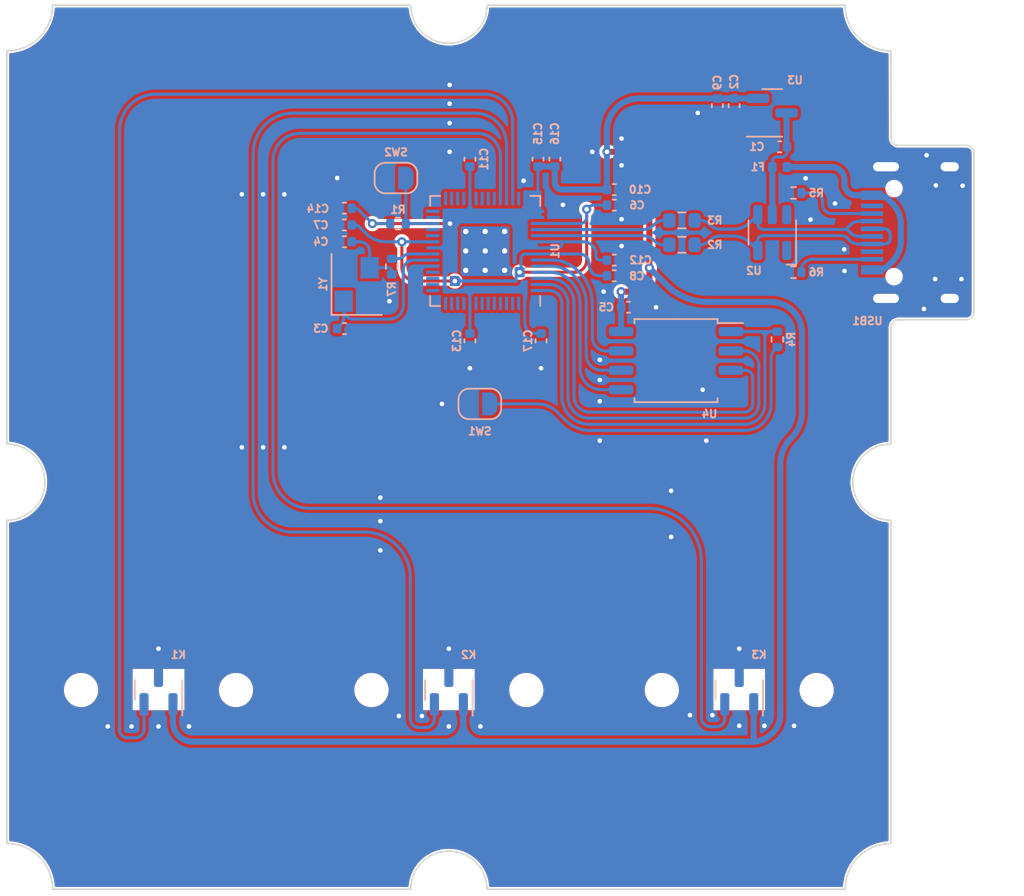
<source format=kicad_pcb>
(kicad_pcb (version 20211014) (generator pcbnew)
  (layers (0 "F.Cu" signal) (31 "B.Cu" signal) (34 "B.Paste" user) (35 "F.Paste" user) (36 "B.SilkS" user "B.Silkscreen") (37 "F.SilkS" user "F.Silkscreen") (38 "B.Mask" user) (39 "F.Mask" user) (44 "Edge.Cuts" user))
  (net 0 "")
  (net 1 "+5V")
  (net 2 "GND")
  (net 3 "+3V3")
  (net 4 "XTAL_IN")
  (net 5 "/XTAL_O")
  (net 6 "+1V1")
  (net 7 "VBUS")
  (net 8 "ADC1")
  (net 9 "ADC2")
  (net 10 "RESET")
  (net 11 "D+")
  (net 12 "Net-(R2-Pad2)")
  (net 13 "D-")
  (net 14 "Net-(R3-Pad2)")
  (net 15 "/~{USB_BOOT}")
  (net 16 "CS")
  (net 17 "Net-(R5-Pad1)")
  (net 18 "Net-(R6-Pad1)")
  (net 19 "XTAL_OUT")
  (net 36 "SWCLK")
  (net 37 "SWD")
  (net 48 "SD3")
  (net 49 "QSPI_CLK")
  (net 50 "SD0")
  (net 51 "SD2")
  (net 52 "SD1")
  (net 57 "RGB")
  (net 58 "ADC0")
  (footprint "Capacitor_SMD:C_0402_1005Metric" (layer "B.Cu") (at 152.06375 61.676875 -90)
    (fp_text reference "C2")
    (fp_text value "1uF")
  )
  (footprint "Capacitor_SMD:C_0402_1005Metric" (layer "B.Cu") (at 139.2 65.18 90)
    (fp_text reference "C15")
    (fp_text value "100nF")
  )
  (footprint "Capacitor_SMD:C_0402_1005Metric" (layer "B.Cu") (at 139.4 77.1 -90)
    (fp_text reference "C17")
    (fp_text value "100nF")
  )
  (footprint "Capacitor_SMD:C_0402_1005Metric" (layer "B.Cu") (at 144.2 72.83375)
    (fp_text reference "C8")
    (fp_text value "100nF")
  )
  (footprint "MX_Only:MXOnly-1U-FLIPPED" (layer "B.Cu") (at 152.4 100.0125 180)
    (fp_text reference "H3")
    (fp_text value "KeySwitch")
  )
  (footprint "Fuse:Fuse_0402_1005Metric" (layer "B.Cu") (at 155.05375 65.7 180)
    (fp_text reference "F1")
    (fp_text value "500mA")
  )
  (footprint "Capacitor_SMD:C_0402_1005Metric" (layer "B.Cu") (at 145.13 74.9)
    (fp_text reference "C5")
    (fp_text value "100nF")
  )
  (footprint "Resistor_SMD:R_0603_1608Metric" (layer "B.Cu") (at 148.64 69.2 180)
    (fp_text reference "R3")
    (fp_text value "27")
  )
  (footprint "marbastlib-various:SOT-23-6-routable" (layer "B.Cu") (at 154.57 70 90)
    (fp_text reference "U2")
    (fp_text value "SRV05-4")
  )
  (footprint "Jumper:SolderJumper-2_P1.3mm_Open_RoundedPad1.0x1.5mm" (layer "B.Cu") (at 129.88 66.42)
    (fp_text reference "SW2")
    (fp_text value "RESET")
  )
  (footprint "Resistor_SMD:R_0402_1005Metric" (layer "B.Cu") (at 129.6 72.23 90)
    (fp_text reference "R7")
    (fp_text value "1k")
  )
  (footprint "Capacitor_SMD:C_0402_1005Metric" (layer "B.Cu") (at 126.5 69.5 180)
    (fp_text reference "C7")
    (fp_text value "100nF")
  )
  (footprint "MX_Only:MXOnly-1U-FLIPPED" (layer "B.Cu") (at 114.3 100.0125 180)
    (fp_text reference "H1")
    (fp_text value "KeySwitch")
  )
  (footprint "Resistor_SMD:R_0603_1608Metric" (layer "B.Cu") (at 148.64 70.8 180)
    (fp_text reference "R2")
    (fp_text value "27")
  )
  (footprint "Jumper:SolderJumper-2_P1.3mm_Open_RoundedPad1.0x1.5mm" (layer "B.Cu") (at 135.38 81.24)
    (fp_text reference "SW1")
    (fp_text value "BOOTSEL")
  )
  (footprint "Package_TO_SOT_SMD:SOT-23" (layer "B.Cu") (at 152.4 100.0125 90)
    (fp_text reference "K3")
    (fp_text value "Hall_Sensor")
  )
  (footprint "Package_TO_SOT_SMD:SOT-23" (layer "B.Cu") (at 154.56375 62.145625)
    (fp_text reference "U3")
    (fp_text value "XC6206PxxxMR")
  )
  (footprint "Capacitor_SMD:C_0402_1005Metric" (layer "B.Cu") (at 144.2 68.2)
    (fp_text reference "C6")
    (fp_text value "1uF")
  )
  (footprint "Package_TO_SOT_SMD:SOT-23" (layer "B.Cu") (at 114.3 100.0125 90)
    (fp_text reference "K1")
    (fp_text value "Hall_Sensor")
  )
  (footprint "Connector_USB:USB_C_Receptacle_HRO_TYPE-C-31-M-12" (layer "B.Cu") (at 165.16 70 -90)
    (fp_text reference "USB1")
    (fp_text value "USB_C_12P")
  )
  (footprint "Package_TO_SOT_SMD:SOT-23" (layer "B.Cu") (at 133.35 100.0125 90)
    (fp_text reference "K2")
    (fp_text value "Hall_Sensor")
  )
  (footprint "Capacitor_SMD:C_0402_1005Metric" (layer "B.Cu") (at 134.73125 77.1 -90)
    (fp_text reference "C13")
    (fp_text value "100nF")
  )
  (footprint "Capacitor_SMD:C_0402_1005Metric" (layer "B.Cu") (at 144.2 71.80875)
    (fp_text reference "C12")
    (fp_text value "100nF")
  )
  (footprint "Capacitor_SMD:C_0402_1005Metric" (layer "B.Cu") (at 150.96375 61.676875 -90)
    (fp_text reference "C9")
    (fp_text value "10uF")
  )
  (footprint "Resistor_SMD:R_0402_1005Metric" (layer "B.Cu") (at 130.01375 69.41)
    (fp_text reference "R1")
    (fp_text value "1k")
  )
  (footprint "Sleep-lib:RP2040-QFN-56" (layer "B.Cu") (at 135.73125 71.20375 90)
    (fp_text reference "U1")
    (fp_text value "RP2040")
  )
  (footprint "Capacitor_SMD:C_0402_1005Metric" (layer "B.Cu") (at 140.3 65.18 90)
    (fp_text reference "C16")
    (fp_text value "100nF")
  )
  (footprint "Capacitor_SMD:C_0402_1005Metric" (layer "B.Cu") (at 126.5 68.4 180)
    (fp_text reference "C14")
    (fp_text value "100nF")
  )
  (footprint "Crystal:Crystal_SMD_3225-4Pin_3.2x2.5mm" (layer "B.Cu") (at 127.3 73.4 90)
    (fp_text reference "Y1")
    (fp_text value "12MHZ")
  )
  (footprint "Capacitor_SMD:C_0402_1005Metric" (layer "B.Cu") (at 155.05375 64.371875 180)
    (fp_text reference "C1")
    (fp_text value "1uF")
  )
  (footprint "Capacitor_SMD:C_0402_1005Metric" (layer "B.Cu") (at 126.5 70.6 180)
    (fp_text reference "C4")
    (fp_text value "20pF")
  )
  (footprint "Capacitor_SMD:C_0402_1005Metric" (layer "B.Cu") (at 144.2 67.18)
    (fp_text reference "C10")
    (fp_text value "1uF")
  )
  (footprint "Package_SO:SOIC-8_5.23x5.23mm_P1.27mm" (layer "B.Cu") (at 148.25125 78.4 180)
    (fp_text reference "U4")
    (fp_text value "W25Q128JVS")
  )
  (footprint "Resistor_SMD:R_0402_1005Metric" (layer "B.Cu") (at 155.96375 67.4 180)
    (fp_text reference "R5")
    (fp_text value "5.1k")
  )
  (footprint "Capacitor_SMD:C_0402_1005Metric" (layer "B.Cu") (at 134.73 65.18 90)
    (fp_text reference "C11")
    (fp_text value "100nF")
  )
  (footprint "Resistor_SMD:R_0402_1005Metric" (layer "B.Cu") (at 155.96375 72.6 180)
    (fp_text reference "R6")
    (fp_text value "5.1k")
  )
  (footprint "Capacitor_SMD:C_0402_1005Metric" (layer "B.Cu") (at 126.5 76.3)
    (fp_text reference "C3")
    (fp_text value "20pF")
  )
  (footprint "Resistor_SMD:R_0402_1005Metric" (layer "B.Cu") (at 154.9 77.01 90)
    (fp_text reference "R4")
    (fp_text value "1k")
  )
  (footprint "MX_Only:MXOnly-1U-FLIPPED" (layer "B.Cu") (at 133.35 100.0125 180)
    (fp_text reference "H2")
    (fp_text value "KeySwitch")
  )
  (gr_line (start 104.35 83.87) (end 104.35 58.08) (layer "Edge.Cuts") (width 0.1))
  (gr_arc (start 135.85 55.08) (mid 133.35 57.58) (end 130.85 55.08) (layer "Edge.Cuts") (width 0.1))
  (gr_arc (start 159.35 113.08) (mid 160.22868 110.95868) (end 162.35 110.08) (layer "Edge.Cuts") (width 0.1))
  (gr_arc (start 104.35 83.87) (mid 106.85 86.37) (end 104.35 88.87) (layer "Edge.Cuts") (width 0.1))
  (gr_line (start 104.35 88.87) (end 104.35 110.08) (layer "Edge.Cuts") (width 0.1))
  (gr_arc (start 107.35 55.08) (mid 106.47132 57.20132) (end 104.35 58.08) (layer "Edge.Cuts") (width 0.1))
  (gr_line (start 162.35 76.22) (end 162.35 83.87) (layer "Edge.Cuts") (width 0.1))
  (gr_arc (start 162.35 88.87) (mid 159.85 86.37) (end 162.35 83.87) (layer "Edge.Cuts") (width 0.1))
  (gr_arc (start 162.35 76.22) (mid 162.496447 75.866447) (end 162.85 75.72) (layer "Edge.Cuts") (width 0.1))
  (gr_line (start 159.35 113.08) (end 135.85 113.08) (layer "Edge.Cuts") (width 0.1))
  (gr_arc (start 104.35 110.08) (mid 106.47132 110.95868) (end 107.35 113.08) (layer "Edge.Cuts") (width 0.1))
  (gr_line (start 107.35 55.08) (end 130.85 55.08) (layer "Edge.Cuts") (width 0.1))
  (gr_arc (start 162.35 58.08) (mid 160.22868 57.20132) (end 159.35 55.08) (layer "Edge.Cuts") (width 0.1))
  (gr_line (start 162.85 75.72) (end 167.3 75.72) (layer "Edge.Cuts") (width 0.1))
  (gr_arc (start 130.85 113.08) (mid 133.35 110.58) (end 135.85 113.08) (layer "Edge.Cuts") (width 0.1))
  (gr_arc (start 162.86 64.28) (mid 162.506447 64.133553) (end 162.36 63.78) (layer "Edge.Cuts") (width 0.1))
  (gr_arc (start 167.8 75.22) (mid 167.653553 75.573553) (end 167.3 75.72) (layer "Edge.Cuts") (width 0.1))
  (gr_line (start 135.85 55.08) (end 159.35 55.08) (layer "Edge.Cuts") (width 0.1))
  (gr_line (start 162.86 64.28) (end 167.3 64.28) (layer "Edge.Cuts") (width 0.1))
  (gr_line (start 162.36 63.78) (end 162.35 58.08) (layer "Edge.Cuts") (width 0.1))
  (gr_line (start 162.35 88.87) (end 162.35 110.08) (layer "Edge.Cuts") (width 0.1))
  (gr_line (start 167.8 64.78) (end 167.8 75.22) (layer "Edge.Cuts") (width 0.1))
  (gr_arc (start 167.3 64.28) (mid 167.653553 64.426447) (end 167.8 64.78) (layer "Edge.Cuts") (width 0.1))
  (gr_line (start 107.35 113.08) (end 130.85 113.08) (layer "Edge.Cuts") (width 0.1))
  (segment (start 155.501875 62.14625) (end 155.5025 62.146875) (width 0.2) (layer "B.Cu") (net 1))
  (segment (start 154.57 65.702133) (end 154.57 68.825) (width 0.4) (layer "B.Cu") (net 1))
  (segment (start 154.56875 65.699116) (end 154.56875 65.304601) (width 0.2) (layer "B.Cu") (net 1))
  (segment (start 155.50375 62.149892) (end 155.50375 64.451875) (width 0.4) (layer "B.Cu") (net 1))
  (segment (start 154.833351 65.04) (end 155.192328 65.04) (width 0.2) (layer "B.Cu") (net 1))
  (segment (start 155.53375 64.698578) (end 155.53375 64.371875) (width 0.2) (layer "B.Cu") (net 1))
  (arc (start 154.56875 65.699116) (mid 154.568912 65.699932) (end 154.569375 65.700625) (width 0.2) (layer "B.Cu") (net 1))
  (arc (start 154.56875 65.304601) (mid 154.588891 65.203342) (end 154.64625 65.1175) (width 0.2) (layer "B.Cu") (net 1))
  (arc (start 154.57 65.702133) (mid 154.569837 65.701317) (end 154.569375 65.700625) (width 0.4) (layer "B.Cu") (net 1))
  (arc (start 155.192328 65.04) (mid 155.322984 65.01401) (end 155.43375 64.94) (width 0.2) (layer "B.Cu") (net 1))
  (arc (start 154.833351 65.04) (mid 154.732092 65.060141) (end 154.64625 65.1175) (width 0.2) (layer "B.Cu") (net 1))
  (arc (start 155.43375 64.94) (mid 155.50776 64.829234) (end 155.53375 64.698578) (width 0.2) (layer "B.Cu") (net 1))
  (via (at 139.4 78.9) (size 0.6) (drill 0.3) (layers "F.Cu" "B.Cu") (net 2))
  (via (at 119.77 67.49) (size 0.6) (drill 0.3) (layers "F.Cu" "B.Cu") (net 2))
  (via (at 147.9296 89.9668) (size 0.6) (drill 0.3) (layers "F.Cu" "B.Cu") (net 2))
  (via (at 144.68 63.83) (size 0.6) (drill 0.3) (layers "F.Cu" "B.Cu") (net 2))
  (via (at 133.4 61.54) (size 0.6) (drill 0.3) (layers "F.Cu" "B.Cu") (net 2))
  (via (at 143.25 79.67) (size 0.6) (drill 0.3) (layers "F.Cu" "B.Cu") (net 2))
  (via (at 133.35 102.4) (size 0.6) (drill 0.3) (layers "F.Cu" "B.Cu") (net 2))
  (via (at 114.3 102.4) (size 0.6) (drill 0.3) (layers "F.Cu" "B.Cu") (net 2))
  (via (at 159.29 71.1) (size 0.6) (drill 0.3) (layers "F.Cu" "B.Cu") (net 2))
  (via (at 150 80.31) (size 0.6) (drill 0.3) (layers "F.Cu" "B.Cu") (net 2))
  (via (at 126.02 66.42) (size 0.6) (drill 0.3) (layers "F.Cu" "B.Cu") (net 2))
  (via (at 144.68 65.59) (size 0.6) (drill 0.3) (layers "F.Cu" "B.Cu") (net 2))
  (via (at 129.45 74.5) (size 0.6) (drill 0.3) (layers "F.Cu" "B.Cu") (net 2))
  (via (at 128.8542 88.93) (size 0.6) (drill 0.3) (layers "F.Cu" "B.Cu") (net 2))
  (via (at 122.56 67.49) (size 0.6) (drill 0.3) (layers "F.Cu" "B.Cu") (net 2))
  (via (at 164.5158 75.0062) (size 0.6) (drill 0.3) (layers "F.Cu" "B.Cu") (net 2))
  (via (at 143.25 83.65) (size 0.6) (drill 0.3) (layers "F.Cu" "B.Cu") (net 2))
  (via (at 165.3032 66.9036) (size 0.6) (drill 0.3) (layers "F.Cu" "B.Cu") (net 2))
  (via (at 121.16 67.49) (size 0.6) (drill 0.3) (layers "F.Cu" "B.Cu") (net 2))
  (via (at 165.2524 73.0504) (size 0.6) (drill 0.3) (layers "F.Cu" "B.Cu") (net 2))
  (via (at 159.3088 72.517) (size 0.6) (drill 0.3) (layers "F.Cu" "B.Cu") (net 2))
  (via (at 143.25 78.35) (size 0.6) (drill 0.3) (layers "F.Cu" "B.Cu") (net 2))
  (via (at 158.68 68.09) (size 0.6) (drill 0.3) (layers "F.Cu" "B.Cu") (net 2))
  (via (at 149.68 62.15) (size 0.6) (drill 0.3) (layers "F.Cu" "B.Cu") (net 2))
  (via (at 135.42 102.4) (size 0.6) (drill 0.3) (layers "F.Cu" "B.Cu") (net 2))
  (via (at 146.94 74.9) (size 0.6) (drill 0.3) (layers "F.Cu" "B.Cu") (net 2))
  (via (at 152.4 102.36) (size 0.6) (drill 0.3) (layers "F.Cu" "B.Cu") (net 2))
  (via (at 147.9296 86.94) (size 0.6) (drill 0.3) (layers "F.Cu" "B.Cu") (net 2))
  (via (at 157.077109 69.146165) (size 0.6) (drill 0.3) (layers "F.Cu" "B.Cu") (net 2))
  (via (at 143.5 73.87) (size 0.6) (drill 0.3) (layers "F.Cu" "B.Cu") (net 2))
  (via (at 167.0558 66.929) (size 0.6) (drill 0.3) (layers "F.Cu" "B.Cu") (net 2))
  (via (at 149.17 101.66) (size 0.6) (drill 0.3) (layers "F.Cu" "B.Cu") (net 2))
  (via (at 166.9796 73.0504) (size 0.6) (drill 0.3) (layers "F.Cu" "B.Cu") (net 2))
  (via (at 133.4 62.82) (size 0.6) (drill 0.3) (layers "F.Cu" "B.Cu") (net 2))
  (via (at 122.56 84.09) (size 0.6) (drill 0.3) (layers "F.Cu" "B.Cu") (net 2))
  (via (at 116.3 102.4) (size 0.6) (drill 0.3) (layers "F.Cu" "B.Cu") (net 2))
  (via (at 144.68 69.12) (size 0.6) (drill 0.3) (layers "F.Cu" "B.Cu") (net 2))
  (via (at 156 102.36) (size 0.6) (drill 0.3) (layers "F.Cu" "B.Cu") (net 2))
  (via (at 133.35 97.3) (size 0.6) (drill 0.3) (layers "F.Cu" "B.Cu") (net 2))
  (via (at 121.16 84.09) (size 0.6) (drill 0.3) (layers "F.Cu" "B.Cu") (net 2))
  (via (at 150.24 83.65) (size 0.6) (drill 0.3) (layers "F.Cu" "B.Cu") (net 2))
  (via (at 114.3 97.3) (size 0.6) (drill 0.3) (layers "F.Cu" "B.Cu") (net 2))
  (via (at 152.4 97.3) (size 0.6) (drill 0.3) (layers "F.Cu" "B.Cu") (net 2))
  (via (at 150.64 101.66) (size 0.6) (drill 0.3) (layers "F.Cu" "B.Cu") (net 2))
  (via (at 119.77 84.09) (size 0.6) (drill 0.3) (layers "F.Cu" "B.Cu") (net 2))
  (via (at 132.9 81.24) (size 0.6) (drill 0.3) (layers "F.Cu" "B.Cu") (net 2))
  (via (at 110.97 102.4) (size 0.6) (drill 0.3) (layers "F.Cu" "B.Cu") (net 2))
  (via (at 156.75375 66.44) (size 0.6) (drill 0.3) (layers "F.Cu" "B.Cu") (net 2))
  (via (at 164.6936 64.9224) (size 0.6) (drill 0.3) (layers "F.Cu" "B.Cu") (net 2))
  (via (at 144.68 70.88) (size 0.6) (drill 0.3) (layers "F.Cu" "B.Cu") (net 2))
  (via (at 128.8542 87.39) (size 0.6) (drill 0.3) (layers "F.Cu" "B.Cu") (net 2))
  (via (at 143.25 81.06) (size 0.6) (drill 0.3) (layers "F.Cu" "B.Cu") (net 2))
  (via (at 134.73 78.9) (size 0.6) (drill 0.3) (layers "F.Cu" "B.Cu") (net 2))
  (via (at 138.2522 66.5988) (size 0.6) (drill 0.3) (layers "F.Cu" "B.Cu") (net 2))
  (via (at 140.83 68.18) (size 0.6) (drill 0.3) (layers "F.Cu" "B.Cu") (net 2))
  (via (at 131.58 101.72) (size 0.6) (drill 0.3) (layers "F.Cu" "B.Cu") (net 2))
  (via (at 133.4 64.7) (size 0.6) (drill 0.3) (layers "F.Cu" "B.Cu") (net 2))
  (via (at 154.05 102.36) (size 0.6) (drill 0.3) (layers "F.Cu" "B.Cu") (net 2))
  (via (at 112.53 102.4) (size 0.6) (drill 0.3) (layers "F.Cu" "B.Cu") (net 2))
  (via (at 142.76 64.7) (size 0.6) (drill 0.3) (layers "F.Cu" "B.Cu") (net 2))
  (via (at 128.8542 90.85) (size 0.6) (drill 0.3) (layers "F.Cu" "B.Cu") (net 2))
  (via (at 130.07 101.72) (size 0.6) (drill 0.3) (layers "F.Cu" "B.Cu") (net 2))
  (via (at 133.4 60.31) (size 0.6) (drill 0.3) (layers "F.Cu" "B.Cu") (net 2))
  (segment (start 155.156817 72.6) (end 155.35875 72.6) (width 0.2) (layer "B.Cu") (net 2))
  (segment (start 126.42 72.3) (end 125.559203 72.3) (width 0.4) (layer "B.Cu") (net 2))
  (segment (start 144.803437 72.83375) (end 144.926875 72.83375) (width 0.2) (layer "B.Cu") (net 2))
  (segment (start 153.149327 62.156875) (end 152.06375 62.156875) (width 0.4) (layer "B.Cu") (net 2))
  (segment (start 139.2 64.7) (end 140.3 64.7) (width 0.4) (layer "B.Cu") (net 2))
  (segment (start 144.68 71.80875) (end 144.68 70.88) (width 0.2) (layer "B.Cu") (net 2))
  (segment (start 126.02 66.42) (end 129.23 66.42) (width 0.4) (layer "B.Cu") (net 2))
  (segment (start 145.61 74.9) (end 146.94 74.9) (width 0.4) (layer "B.Cu") (net 2))
  (segment (start 114.3 99.075) (end 114.3 97.3) (width 0.4) (layer "B.Cu") (net 2))
  (segment (start 154.045558 64.371875) (end 154.57375 64.371875) (width 0.4) (layer "B.Cu") (net 2))
  (segment (start 129.735735 76.3) (end 126.98 76.3) (width 0.2) (layer "B.Cu") (net 2))
  (segment (start 149.686875 62.156875) (end 149.68 62.15) (width 0.4) (layer "B.Cu") (net 2))
  (segment (start 126.02 68.4) (end 126.02 66.42) (width 0.4) (layer "B.Cu") (net 2))
  (segment (start 125.644558 77.24) (end 126.399583 77.24) (width 0.4) (layer "B.Cu") (net 2))
  (segment (start 133.35 99.075) (end 133.35 97.3) (width 0.4) (layer "B.Cu") (net 2))
  (segment (start 150.96375 62.156875) (end 149.686875 62.156875) (width 0.4) (layer "B.Cu") (net 2))
  (segment (start 144.68 69.12) (end 144.68 68.2) (width 0.2) (layer "B.Cu") (net 2))
  (segment (start 126.235 72.085) (end 126.428786 72.278786) (width 0.4) (layer "B.Cu") (net 2))
  (segment (start 152.4 99.075) (end 152.4 97.3) (width 0.4) (layer "B.Cu") (net 2))
  (segment (start 155.5881 73.11435) (end 155.58875 73.115) (width 0.2) (layer "B.Cu") (net 2))
  (segment (start 144.68 67.18) (end 144.68 68.2) (width 0.2) (layer "B.Cu") (net 2))
  (segment (start 162.03 74.32) (end 166.21 74.32) (width 0.4) (layer "B.Cu") (net 2))
  (segment (start 162.03 74.32) (end 161.1698 73.4598) (width 0.4) (layer "B.Cu") (net 2))
  (segment (start 144.68 67.18) (end 144.68 65.59) (width 0.4) (layer "B.Cu") (net 2))
  (segment (start 154.57 72.013182) (end 154.57 71.175) (width 0.2) (layer "B.Cu") (net 2))
  (segment (start 125.03 76.625441) (end 125.03 72.829203) (width 0.4) (layer "B.Cu") (net 2))
  (segment (start 155.914668 73.25) (end 161.115 73.25) (width 0.2) (layer "B.Cu") (net 2))
  (segment (start 134.73 77.58) (end 134.73 78.9) (width 0.2) (layer "B.Cu") (net 2))
  (segment (start 161.115 66.71125) (end 161.115 66.6725) (width 0.4) (layer "B.Cu") (net 2))
  (segment (start 145.348316 73.008316) (end 145.391875 73.051875) (width 0.2) (layer "B.Cu") (net 2))
  (segment (start 145.61 73.578475) (end 145.61 74.9) (width 0.2) (layer "B.Cu") (net 2))
  (segment (start 150 80.31) (end 150.006031 80.303969) (width 0.2) (layer "B.Cu") (net 2))
  (segment (start 150.96375 62.156875) (end 152.06375 62.156875) (width 0.4) (layer "B.Cu") (net 2))
  (segment (start 144.68 72.710312) (end 144.68 71.80875) (width 0.2) (layer "B.Cu") (net 2))
  (segment (start 156.75375 66.44) (end 155.829313 66.44) (width 0.2) (layer "B.Cu") (net 2))
  (segment (start 162.3527 65.68) (end 162.6754 65.68) (width 0.4) (layer "B.Cu") (net 2))
  (segment (start 166.21 65.68) (end 166.21 74.32) (width 0.4) (layer "B.Cu") (net 2))
  (segment (start 134.73 64.7) (end 133.4 64.7) (width 0.4) (layer "B.Cu") (net 2))
  (segment (start 128.15 74.5) (end 129.45 74.5) (width 0.4) (layer "B.Cu") (net 2))
  (segment (start 150.006031 80.303969) (end 150.246635 80.303969) (width 0.2) (layer "B.Cu") (net 2))
  (segment (start 131.036442 72.20375) (end 132.29375 72.20375) (width 0.2) (layer "B.Cu") (net 2))
  (segment (start 126.98 76.659583) (end 126.98 76.3) (width 0.4) (layer "B.Cu") (net 2))
  (segment (start 153.62625 63.952566) (end 153.62625 63.095625) (width 0.4) (layer "B.Cu") (net 2))
  (segment (start 161.801816 65.908183) (end 161.1698 66.540199) (width 0.4) (layer "B.Cu") (net 2))
  (segment (start 153.62625 62.633797) (end 153.62625 63.095625) (width 0.4) (layer "B.Cu") (net 2))
  (segment (start 162.3527 65.68) (end 166.21 65.68) (width 0.4) (layer "B.Cu") (net 2))
  (segment (start 150.248535 80.305) (end 151.85125 80.305) (width 0.2) (layer "B.Cu") (net 2))
  (segment (start 134.73 81.24) (end 132.9 81.24) (width 0.2) (layer "B.Cu") (net 2))
  (segment (start 155.45375 72.79) (end 155.45375 72.695) (width 0.2) (layer "B.Cu") (net 2))
  (segment (start 155.45375 66.815563) (end 155.45375 67.4) (width 0.2) (layer "B.Cu") (net 2))
  (segment (start 161.115 66.6725) (end 161.115 66.71125) (width 0.4) (layer "B.Cu") (net 2))
  (segment (start 139.4 77.58) (end 139.4 78.9) (width 0.2) (layer "B.Cu") (net 2))
  (segment (start 130.76 72.480192) (end 130.76 75.275735) (width 0.2) (layer "B.Cu") (net 2))
  (segment (start 126.02 71.565944) (end 126.02 68.4) (width 0.4) (layer "B.Cu") (net 2))
  (segment (start 161.115 73.3275) (end 161.115 73.25) (width 0.4) (layer "B.Cu") (net 2))
  (segment (start 140.3 64.7) (end 142.76 64.7) (width 0.4) (layer "B.Cu") (net 2))
  (arc (start 155.56375 66.55) (mid 155.482338 66.671841) (end 155.45375 66.815563) (width 0.2) (layer "B.Cu") (net 2))
  (arc (start 162.3527 65.68) (mid 162.054563 65.739302) (end 161.801816 65.908183) (width 0.4) (layer "B.Cu") (net 2))
  (arc (start 126.42 72.3) (mid 126.441213 72.308786) (end 126.45 72.33) (width 0.2) (layer "B.Cu") (net 2))
  (arc (start 150.246635 80.303969) (mid 150.247697 80.305038) (end 150.248535 80.305) (width 0.2) (layer "B.Cu") (net 2))
  (arc (start 125.559203 72.3) (mid 125.356685 72.340283) (end 125.185 72.455) (width 0.4) (layer "B.Cu") (net 2))
  (arc (start 161.115 73.3275) (mid 161.129242 73.3991) (end 161.1698 73.4598) (width 0.4) (layer "B.Cu") (net 2))
  (arc (start 126.45 72.33) (mid 126.444486 72.302283) (end 126.428786 72.278786) (width 0.4) (layer "B.Cu") (net 2))
  (arc (start 161.115 66.6725) (mid 161.129242 66.600899) (end 161.1698 66.540199) (width 0.4) (layer "B.Cu") (net 2))
  (arc (start 145.61 73.578475) (mid 145.553311 73.293481) (end 145.391875 73.051875) (width 0.2) (layer "B.Cu") (net 2))
  (arc (start 161.1698 66.540199) (mid 161.129242 66.600899) (end 161.115 66.6725) (width 0.4) (layer "B.Cu") (net 2))
  (arc (start 125.03 76.625441) (mid 125.07678 76.860622) (end 125.21 77.06) (width 0.4) (layer "B.Cu") (net 2))
  (arc (start 153.749062 64.249062) (mid 153.885095 64.339956) (end 154.045558 64.371875) (width 0.4) (layer "B.Cu") (net 2))
  (arc (start 153.486562 62.296562) (mid 153.589946 62.451287) (end 153.62625 62.633797) (width 0.4) (layer "B.Cu") (net 2))
  (arc (start 144.803437 72.83375) (mid 144.716153 72.797595) (end 144.68 72.710312) (width 0.2) (layer "B.Cu") (net 2))
  (arc (start 130.46 76) (mid 130.127704 76.222032) (end 129.735735 76.3) (width 0.2) (layer "B.Cu") (net 2))
  (arc (start 130.840968 72.284718) (mid 130.930652 72.224792) (end 131.036442 72.20375) (width 0.2) (layer "B.Cu") (net 2))
  (arc (start 154.741875 72.428125) (mid 154.932252 72.555331) (end 155.156817 72.6) (width 0.2) (layer "B.Cu") (net 2))
  (arc (start 145.348316 73.008316) (mid 145.154957 72.879118) (end 144.926875 72.83375) (width 0.2) (layer "B.Cu") (net 2))
  (arc (start 153.62625 63.952566) (mid 153.658167 64.113028) (end 153.749062 64.249062) (width 0.4) (layer "B.Cu") (net 2))
  (arc (start 155.45375 72.695) (mid 155.425925 72.627824) (end 155.35875 72.6) (width 0.2) (layer "B.Cu") (net 2))
  (arc (start 130.840968 72.284718) (mid 130.781042 72.374402) (end 130.76 72.480192) (width 0.2) (layer "B.Cu") (net 2))
  (arc (start 125.21 77.06) (mid 125.409376 77.193219) (end 125.644558 77.24) (width 0.4) (layer "B.Cu") (net 2))
  (arc (start 161.801816 65.908183) (mid 162.054563 65.739302) (end 162.3527 65.68) (width 0.4) (layer "B.Cu") (net 2))
  (arc (start 130.76 75.275735) (mid 130.682032 75.667704) (end 130.46 76) (width 0.2) (layer "B.Cu") (net 2))
  (arc (start 153.486562 62.296562) (mid 153.331837 62.193178) (end 153.149327 62.156875) (width 0.4) (layer "B.Cu") (net 2))
  (arc (start 126.81 77.07) (mid 126.935818 76.881699) (end 126.98 76.659583) (width 0.4) (layer "B.Cu") (net 2))
  (arc (start 126.81 77.07) (mid 126.621699 77.195818) (end 126.399583 77.24) (width 0.4) (layer "B.Cu") (net 2))
  (arc (start 155.5881 73.11435) (mid 155.488666 72.965537) (end 155.45375 72.79) (width 0.2) (layer "B.Cu") (net 2))
  (arc (start 125.185 72.455) (mid 125.070283 72.626685) (end 125.03 72.829203) (width 0.4) (layer "B.Cu") (net 2))
  (arc (start 155.56375 66.55) (mid 155.685591 66.468588) (end 155.829313 66.44) (width 0.2) (layer "B.Cu") (net 2))
  (arc (start 155.58875 73.115) (mid 155.738282 73.214914) (end 155.914668 73.25) (width 0.2) (layer "B.Cu") (net 2))
  (arc (start 126.235 72.085) (mid 126.075876 71.846855) (end 126.02 71.565944) (width 0.4) (layer "B.Cu") (net 2))
  (arc (start 126.42 72.3) (mid 126.43148 72.292328) (end 126.428786 72.278786) (width 0.4) (layer "B.Cu") (net 2))
  (arc (start 154.741875 72.428125) (mid 154.614668 72.237747) (end 154.57 72.013182) (width 0.2) (layer "B.Cu") (net 2))
  (segment (start 146.5 72.377746) (end 146.5 65.690121) (width 0.4) (layer "F.Cu") (net 3))
  (segment (start 145.72671 73.88) (end 144.65 73.88) (width 0.4) (layer "F.Cu") (net 3))
  (segment (start 146.5072 73.09951) (end 146.5072 72.3138) (width 0.4) (layer "F.Cu") (net 3))
  (segment (start 145.509878 64.7) (end 143.72 64.7) (width 0.4) (layer "F.Cu") (net 3))
  (segment (start 128.33 69.41) (end 133.42 69.41) (width 0.2) (layer "F.Cu") (net 3))
  (via (at 143.72 64.7) (size 0.6) (drill 0.3) (layers "F.Cu" "B.Cu") (net 3))
  (via (at 128.33 69.41) (size 0.6) (drill 0.3) (layers "F.Cu" "B.Cu") (net 3))
  (via (at 133.42 69.41) (size 0.6) (drill 0.3) (layers "F.Cu" "B.Cu") (net 3))
  (via (at 144.65 73.88) (size 0.6) (drill 0.3) (layers "F.Cu" "B.Cu") (net 3))
  (via (at 146.5072 72.3138) (size 0.6) (drill 0.3) (layers "F.Cu" "B.Cu") (net 3))
  (arc (start 146.21 64.99) (mid 145.888781 64.775368) (end 145.509878 64.7) (width 0.4) (layer "F.Cu") (net 3))
  (arc (start 146.21 64.99) (mid 146.424631 65.311218) (end 146.5 65.690121) (width 0.4) (layer "F.Cu") (net 3))
  (arc (start 146.2786 73.6514) (mid 146.02539 73.820588) (end 145.72671 73.88) (width 0.4) (layer "F.Cu") (net 3))
  (arc (start 146.5072 73.09951) (mid 146.447788 73.39819) (end 146.2786 73.6514) (width 0.4) (layer "F.Cu") (net 3))
  (segment (start 144.65 74.9) (end 144.65 73.88) (width 0.4) (layer "B.Cu") (net 3))
  (segment (start 134.73125 65.66125) (end 134.73 65.66) (width 0.2) (layer "B.Cu") (net 3))
  (segment (start 147.6248 73.4314) (end 146.5072 72.3138) (width 0.4) (layer "B.Cu") (net 3))
  (segment (start 143 71.365) (end 143 71.537746) (width 0.2) (layer "B.Cu") (net 3))
  (segment (start 127.440208 68.520208) (end 128.33 69.41) (width 0.2) (layer "B.Cu") (net 3))
  (segment (start 139.16875 68.60375) (end 139.16875 69.00375) (width 0.2) (layer "B.Cu") (net 3))
  (segment (start 144.650625 76.494375) (end 144.65125 76.495) (width 0.2) (layer "B.Cu") (net 3))
  (segment (start 134.3 100.95) (end 134.3 103.11) (width 0.4) (layer "B.Cu") (net 3))
  (segment (start 140.77 70.73) (end 140.77 70.663864) (width 0.2) (layer "B.Cu") (net 3))
  (segment (start 138.943732 67.606266) (end 139.171715 67.378284) (width 0.2) (layer "B.Cu") (net 3))
  (segment (start 155.09 101) (end 155.09 85.210885) (width 0.4) (layer "B.Cu") (net 3))
  (segment (start 140.678125 70.911875) (end 140.70636 70.883639) (width 0.2) (layer "B.Cu") (net 3))
  (segment (start 140.712385 70.60625) (end 139.173017 70.60625) (width 0.2) (layer "B.Cu") (net 3))
  (segment (start 139.2 68.550402) (end 139.2 67.27) (width 0.2) (layer "B.Cu") (net 3))
  (segment (start 134.1 103.4) (end 133.075 103.4) (width 0.4) (layer "B.Cu") (net 3))
  (segment (start 140.456319 71.00375) (end 139.16875 71.00375) (width 0.2) (layer "B.Cu") (net 3))
  (segment (start 134.73125 67.76625) (end 134.73125 65.66125) (width 0.2) (layer "B.Cu") (net 3))
  (segment (start 134.23 103.4) (end 134.1 103.4) (width 0.4) (layer "B.Cu") (net 3))
  (segment (start 154.549999 102.859999) (end 154.623309 102.78669) (width 0.4) (layer "B.Cu") (net 3))
  (segment (start 138.33125 75.939291) (end 138.33125 74.64125) (width 0.2) (layer "B.Cu") (net 3))
  (segment (start 153.246324 103.4) (end 135.525 103.4) (width 0.4) (layer "B.Cu") (net 3))
  (segment (start 134.59 103.4) (end 134.23 103.4) (width 0.4) (layer "B.Cu") (net 3))
  (segment (start 156.5148 81.771114) (end 156.5148 76.586944) (width 0.4) (layer "B.Cu") (net 3))
  (segment (start 139.17 70.605) (end 139.16875 70.60375) (width 0.2) (layer "B.Cu") (net 3))
  (segment (start 135.525 103.4) (end 134.59 103.4) (width 0.4) (layer "B.Cu") (net 3))
  (segment (start 134.3 102.175) (end 134.3 100.95) (width 0.4) (layer "B.Cu") (net 3))
  (segment (start 134.3 103.11) (end 134.59 103.4) (width 0.4) (layer "B.Cu") (net 3))
  (segment (start 153.35 103.296324) (end 153.246324 103.4) (width 0.4) (layer "B.Cu") (net 3))
  (segment (start 139.2 67.27) (end 139.2 65.66) (width 0.2) (layer "B.Cu") (net 3))
  (segment (start 142.798474 70.878474) (end 142.763125 70.843125) (width 0.2) (layer "B.Cu") (net 3))
  (segment (start 140.760114 70.60625) (end 140.712385 70.60625) (width 0.2) (layer "B.Cu") (net 3))
  (segment (start 143.271003 71.80875) (end 143.72 71.80875) (width 0.2) (layer "B.Cu") (net 3))
  (segment (start 153.35 100.95) (end 153.35 103.296324) (width 0.4) (layer "B.Cu") (net 3))
  (segment (start 127.15 68.4) (end 126.98 68.4) (width 0.2) (layer "B.Cu") (net 3))
  (segment (start 134.73125 74.64125) (end 134.73125 76.62) (width 0.2) (layer "B.Cu") (net 3))
  (segment (start 128.33 69.41) (end 129.50375 69.41) (width 0.2) (layer "B.Cu") (net 3))
  (segment (start 134.3 103.2) (end 134.1 103.4) (width 0.4) (layer "B.Cu") (net 3))
  (segment (start 143.72 67.18) (end 140.777989 67.18) (width 0.4) (layer "B.Cu") (net 3))
  (segment (start 132.901466 71.00375) (end 132.29375 71.00375) (width 0.2) (layer "B.Cu") (net 3))
  (segment (start 143.72 67.18) (end 143.72 63.319022) (width 0.4) (layer "B.Cu") (net 3))
  (segment (start 150.965883 61.195625) (end 153.62625 61.195625) (width 0.4) (layer "B.Cu") (net 3))
  (segment (start 138.5575 67.76625) (end 138.33125 67.76625) (width 0.2) (layer "B.Cu") (net 3))
  (segment (start 142.191258 70.60625) (end 140.760114 70.60625) (width 0.2) (layer "B.Cu") (net 3))
  (segment (start 139.2 67.31) (end 139.2 67.27) (width 0.2) (layer "B.Cu") (net 3))
  (segment (start 139.011958 76.62) (end 139.4 76.62) (width 0.2) (layer "B.Cu") (net 3))
  (segment (start 115.25 102.119669) (end 115.25 100.95) (width 0.4) (layer "B.Cu") (net 3))
  (segment (start 139.2 65.66) (end 140.3 65.66) (width 0.4) (layer "B.Cu") (net 3))
  (segment (start 140.3 66.70201) (end 140.3 65.66) (width 0.4) (layer "B.Cu") (net 3))
  (segment (start 134.3 103.33) (end 134.23 103.4) (width 0.4) (layer "B.Cu") (net 3))
  (segment (start 134.3 100.95) (end 134.3 103.2) (width 0.4) (layer "B.Cu") (net 3))
  (segment (start 155.09 101.66) (end 155.09 101) (width 0.4) (layer "B.Cu") (net 3))
  (segment (start 144.65 74.9) (end 144.65 76.492866) (width 0.4) (layer "B.Cu") (net 3))
  (segment (start 145.842147 61.196875) (end 150.96375 61.196875) (width 0.4) (layer "B.Cu") (net 3))
  (segment (start 154.476855 74.549) (end 150.322925 74.549) (width 0.4) (layer "B.Cu") (net 3))
  (segment (start 134.3 100.95) (end 134.3 103.33) (width 0.4) (layer "B.Cu") (net 3))
  (segment (start 133.075 103.4) (end 116.53033 103.4) (width 0.4) (layer "B.Cu") (net 3))
  (segment (start 133.42 70.485216) (end 133.42 69.41) (width 0.2) (layer "B.Cu") (net 3))
  (arc (start 142.798474 70.878474) (mid 142.947625 71.101694) (end 143 71.365) (width 0.2) (layer "B.Cu") (net 3))
  (arc (start 140.753125 70.623125) (mid 140.750981 70.612352) (end 140.760114 70.60625) (width 0.2) (layer "B.Cu") (net 3))
  (arc (start 138.530625 76.420625) (mid 138.751462 76.568184) (end 139.011958 76.62) (width 0.2) (layer "B.Cu") (net 3))
  (arc (start 138.943732 67.606266) (mid 138.766527 67.724671) (end 138.5575 67.76625) (width 0.2) (layer "B.Cu") (net 3))
  (arc (start 139.2 67.31) (mid 139.192648 67.346955) (end 139.171715 67.378284) (width 0.2) (layer "B.Cu") (net 3))
  (arc (start 155.09 101.66) (mid 154.96871 102.26976) (end 154.623309 102.78669) (width 0.4) (layer "B.Cu") (net 3))
  (arc (start 127.440208 68.520208) (mid 127.307059 68.431241) (end 127.15 68.4) (width 0.2) (layer "B.Cu") (net 3))
  (arc (start 150.322925 74.549) (mid 148.86271 74.258545) (end 147.6248 73.4314) (width 0.4) (layer "B.Cu") (net 3))
  (arc (start 139.17 70.605) (mid 139.171384 70.605925) (end 139.173017 70.60625) (width 0.2) (layer "B.Cu") (net 3))
  (arc (start 140.753125 70.623125) (mid 140.734433 70.610635) (end 140.712385 70.60625) (width 0.2) (layer "B.Cu") (net 3))
  (arc (start 143.72 63.319022) (mid 143.881538 62.506911) (end 144.341562 61.818437) (width 0.4) (layer "B.Cu") (net 3))
  (arc (start 144.341562 61.818437) (mid 145.030036 61.358413) (end 145.842147 61.196875) (width 0.4) (layer "B.Cu") (net 3))
  (arc (start 139.184375 68.588125) (mid 139.195939 68.570817) (end 139.2 68.550402) (width 0.2) (layer "B.Cu") (net 3))
  (arc (start 133.42 70.485216) (mid 133.380528 70.68365) (end 133.268125 70.851875) (width 0.2) (layer "B.Cu") (net 3))
  (arc (start 155.09 85.210885) (mid 155.275146 84.28009) (end 155.8024 83.491) (width 0.4) (layer "B.Cu") (net 3))
  (arc (start 132.901466 71.00375) (mid 133.0999 70.964278) (end 133.268125 70.851875) (width 0.2) (layer "B.Cu") (net 3))
  (arc (start 155.8024 83.491) (mid 156.329653 82.701909) (end 156.5148 81.771114) (width 0.4) (layer "B.Cu") (net 3))
  (arc (start 135.525 103.4) (mid 134.658794 103.041205) (end 134.3 102.175) (width 0.4) (layer "B.Cu") (net 3))
  (arc (start 134.3 102.175) (mid 133.941205 103.041205) (end 133.075 103.4) (width 0.4) (layer "B.Cu") (net 3))
  (arc (start 140.777989 67.18) (mid 140.59507 67.143615) (end 140.44 67.04) (width 0.4) (layer "B.Cu") (net 3))
  (arc (start 144.650625 76.494375) (mid 144.650162 76.493682) (end 144.65 76.492866) (width 0.4) (layer "B.Cu") (net 3))
  (arc (start 143.079375 71.729375) (mid 143.020628 71.641455) (end 143 71.537746) (width 0.2) (layer "B.Cu") (net 3))
  (arc (start 140.44 67.04) (mid 140.336384 66.884928) (end 140.3 66.70201) (width 0.4) (layer "B.Cu") (net 3))
  (arc (start 142.191258 70.60625) (mid 142.50075 70.667811) (end 142.763125 70.843125) (width 0.2) (layer "B.Cu") (net 3))
  (arc (start 140.753125 70.623125) (mid 140.765614 70.641816) (end 140.77 70.663864) (width 0.2) (layer "B.Cu") (net 3))
  (arc (start 115.625 103.025) (mid 116.040368 103.30254) (end 116.53033 103.4) (width 0.4) (layer "B.Cu") (net 3))
  (arc (start 143.079375 71.729375) (mid 143.167294 71.788121) (end 143.271003 71.80875) (width 0.2) (layer "B.Cu") (net 3))
  (arc (start 155.9179 75.1459) (mid 155.256743 74.704129) (end 154.476855 74.549) (width 0.4) (layer "B.Cu") (net 3))
  (arc (start 115.25 102.119669) (mid 115.347459 102.60963) (end 115.625 103.025) (width 0.4) (layer "B.Cu") (net 3))
  (arc (start 140.77 70.73) (mid 140.75346 70.813148) (end 140.70636 70.883639) (width 0.2) (layer "B.Cu") (net 3))
  (arc (start 138.33125 75.939291) (mid 138.383065 76.199787) (end 138.530625 76.420625) (width 0.2) (layer "B.Cu") (net 3))
  (arc (start 154.549999 102.859999) (mid 153.951868 103.259658) (end 153.246324 103.4) (width 0.4) (layer "B.Cu") (net 3))
  (arc (start 156.5148 76.586944) (mid 156.35967 75.807056) (end 155.9179 75.1459) (width 0.4) (layer "B.Cu") (net 3))
  (arc (start 140.456319 71.00375) (mid 140.576359 70.979872) (end 140.678125 70.911875) (width 0.2) (layer "B.Cu") (net 3))
  (segment (start 131.036441 71.80375) (end 132.29375 71.80375) (width 0.2) (layer "B.Cu") (net 4))
  (segment (start 127.081629 75.68) (end 129.438162 75.68) (width 0.2) (layer "B.Cu") (net 4))
  (segment (start 130.36 72.480192) (end 130.36 74.758162) (width 0.2) (layer "B.Cu") (net 4))
  (segment (start 126.235 76.085) (end 126.02 76.3) (width 0.2) (layer "B.Cu") (net 4))
  (segment (start 126.45 75.565944) (end 126.45 75.04837) (width 0.2) (layer "B.Cu") (net 4))
  (arc (start 130.36 74.758162) (mid 130.289829 75.110934) (end 130.09 75.41) (width 0.2) (layer "B.Cu") (net 4))
  (arc (start 126.235 76.085) (mid 126.394123 75.846855) (end 126.45 75.565944) (width 0.2) (layer "B.Cu") (net 4))
  (arc (start 127.081629 75.68) (mid 126.839915 75.63192) (end 126.635 75.495) (width 0.2) (layer "B.Cu") (net 4))
  (arc (start 130.09 75.41) (mid 129.790934 75.609829) (end 129.438162 75.68) (width 0.2) (layer "B.Cu") (net 4))
  (arc (start 130.36 72.480192) (mid 130.41149 72.221328) (end 130.558125 72.001875) (width 0.2) (layer "B.Cu") (net 4))
  (arc (start 131.036441 71.80375) (mid 130.777578 71.855241) (end 130.558125 72.001875) (width 0.2) (layer "B.Cu") (net 4))
  (arc (start 126.635 75.495) (mid 126.498079 75.290084) (end 126.45 75.04837) (width 0.2) (layer "B.Cu") (net 4))
  (segment (start 129.361005 72.3) (end 128.15 72.3) (width 0.2) (layer "B.Cu") (net 5))
  (segment (start 128.15 72.3) (end 128.15 71.2487) (width 0.2) (layer "B.Cu") (net 5))
  (segment (start 127.501299 70.6) (end 126.98 70.6) (width 0.2) (layer "B.Cu") (net 5))
  (segment (start 129.6 72.538994) (end 129.6 72.74) (width 0.2) (layer "B.Cu") (net 5))
  (arc (start 129.6 72.538994) (mid 129.581807 72.447535) (end 129.53 72.37) (width 0.2) (layer "B.Cu") (net 5))
  (arc (start 127.96 70.79) (mid 127.749546 70.649379) (end 127.501299 70.6) (width 0.2) (layer "B.Cu") (net 5))
  (arc (start 129.361005 72.3) (mid 129.452464 72.318192) (end 129.53 72.37) (width 0.2) (layer "B.Cu") (net 5))
  (arc (start 127.96 70.79) (mid 128.10062 71.000453) (end 128.15 71.2487) (width 0.2) (layer "B.Cu") (net 5))
  (segment (start 131.158809 73.179099) (end 133.743207 73.179099) (width 0.2) (layer "F.Cu") (net 6))
  (segment (start 141.60473 72.6) (end 137.99375 72.6) (width 0.2) (layer "F.Cu") (net 6))
  (segment (start 142.39 71.81473) (end 142.39 68.47) (width 0.2) (layer "F.Cu") (net 6))
  (segment (start 130.26625 72.286539) (end 130.26625 70.60375) (width 0.2) (layer "F.Cu") (net 6))
  (via (at 130.26625 70.60375) (size 0.6) (drill 0.3) (layers "F.Cu" "B.Cu") (net 6))
  (via (at 142.39 68.47) (size 0.6) (drill 0.3) (layers "F.Cu" "B.Cu") (net 6))
  (via (at 133.743207 73.179099) (size 0.6) (drill 0.3) (layers "F.Cu" "B.Cu") (net 6))
  (via (at 137.99375 72.6) (size 0.6) (drill 0.3) (layers "F.Cu" "B.Cu") (net 6))
  (arc (start 130.26625 72.286539) (mid 130.334191 72.628107) (end 130.527674 72.917674) (width 0.2) (layer "F.Cu") (net 6))
  (arc (start 142.16 72.37) (mid 141.90524 72.540224) (end 141.60473 72.6) (width 0.2) (layer "F.Cu") (net 6))
  (arc (start 130.527674 72.917674) (mid 130.817241 73.111156) (end 131.158809 73.179099) (width 0.2) (layer "F.Cu") (net 6))
  (arc (start 142.39 71.81473) (mid 142.330224 72.11524) (end 142.16 72.37) (width 0.2) (layer "F.Cu") (net 6))
  (segment (start 130.26625 70.60375) (end 132.29375 70.60375) (width 0.2) (layer "B.Cu") (net 6))
  (segment (start 137.99375 72.6) (end 138.039621 72.554129) (width 0.2) (layer "B.Cu") (net 6))
  (segment (start 142.55 72.144505) (end 142.55 72.028977) (width 0.2) (layer "B.Cu") (net 6))
  (segment (start 138.085492 71.631452) (end 138.085492 72.443386) (width 0.2) (layer "B.Cu") (net 6))
  (segment (start 141.973892 69.40375) (end 139.16875 69.40375) (width 0.2) (layer "B.Cu") (net 6))
  (segment (start 142.39 68.47) (end 142.39 68.987642) (width 0.2) (layer "B.Cu") (net 6))
  (segment (start 138.367556 71.40375) (end 139.16875 71.40375) (width 0.2) (layer "B.Cu") (net 6))
  (segment (start 139.16875 71.40375) (end 141.924772 71.40375) (width 0.2) (layer "B.Cu") (net 6))
  (segment (start 143.239244 72.83375) (end 143.72 72.83375) (width 0.2) (layer "B.Cu") (net 6))
  (segment (start 127.911875 70.051875) (end 127.49435 69.63435) (width 0.2) (layer "B.Cu") (net 6))
  (segment (start 142.39 68.47) (end 142.525 68.335) (width 0.2) (layer "B.Cu") (net 6))
  (segment (start 129.244219 70.60375) (end 130.26625 70.60375) (width 0.2) (layer "B.Cu") (net 6))
  (segment (start 142.850918 68.2) (end 143.72 68.2) (width 0.2) (layer "B.Cu") (net 6))
  (segment (start 127.17 69.5) (end 126.98 69.5) (width 0.2) (layer "B.Cu") (net 6))
  (arc (start 142.366875 71.586875) (mid 142.164036 71.451342) (end 141.924772 71.40375) (width 0.2) (layer "B.Cu") (net 6))
  (arc (start 127.911875 70.051875) (mid 128.523159 70.460322) (end 129.244219 70.60375) (width 0.2) (layer "B.Cu") (net 6))
  (arc (start 142.525 68.335) (mid 142.674532 68.235085) (end 142.850918 68.2) (width 0.2) (layer "B.Cu") (net 6))
  (arc (start 127.17 69.5) (mid 127.345537 69.534916) (end 127.49435 69.63435) (width 0.2) (layer "B.Cu") (net 6))
  (arc (start 142.366875 71.586875) (mid 142.502407 71.789713) (end 142.55 72.028977) (width 0.2) (layer "B.Cu") (net 6))
  (arc (start 138.166875 71.486875) (mid 138.258948 71.425353) (end 138.367556 71.40375) (width 0.2) (layer "B.Cu") (net 6))
  (arc (start 138.166875 71.486875) (mid 138.11725 71.553768) (end 138.085492 71.631452) (width 0.2) (layer "B.Cu") (net 6))
  (arc (start 142.39 68.987642) (mid 142.358325 69.146879) (end 142.268125 69.281875) (width 0.2) (layer "B.Cu") (net 6))
  (arc (start 141.973892 69.40375) (mid 142.133129 69.372075) (end 142.268125 69.281875) (width 0.2) (layer "B.Cu") (net 6))
  (arc (start 142.751875 72.631875) (mid 142.975481 72.781284) (end 143.239244 72.83375) (width 0.2) (layer "B.Cu") (net 6))
  (arc (start 138.085492 72.443386) (mid 138.07357 72.503319) (end 138.039621 72.554129) (width 0.2) (layer "B.Cu") (net 6))
  (arc (start 142.55 72.144505) (mid 142.602465 72.408267) (end 142.751875 72.631875) (width 0.2) (layer "B.Cu") (net 6))
  (segment (start 162.444999 71.894999) (end 162.164003 72.175996) (width 0.4) (layer "B.Cu") (net 7))
  (segment (start 161.5025 72.45) (end 161.115 72.45) (width 0.4) (layer "B.Cu") (net 7))
  (segment (start 160.066406 67.55) (end 161.115 67.55) (width 0.4) (layer "B.Cu") (net 7))
  (segment (start 159.302534 66.786127) (end 159.302534 66.540808) (width 0.4) (layer "B.Cu") (net 7))
  (segment (start 163 69.421019) (end 163 70.555111) (width 0.4) (layer "B.Cu") (net 7))
  (segment (start 158.461725 65.7) (end 155.53875 65.7) (width 0.4) (layer "B.Cu") (net 7))
  (segment (start 162.182929 67.828947) (end 162.451991 68.098009) (width 0.4) (layer "B.Cu") (net 7))
  (arc (start 159.526267 67.326267) (mid 159.774084 67.491853) (end 160.066406 67.55) (width 0.4) (layer "B.Cu") (net 7))
  (arc (start 159.056267 65.946267) (mid 159.238531 66.219044) (end 159.302534 66.540808) (width 0.4) (layer "B.Cu") (net 7))
  (arc (start 159.302534 66.786127) (mid 159.36068 67.078448) (end 159.526267 67.326267) (width 0.4) (layer "B.Cu") (net 7))
  (arc (start 162.164003 72.175996) (mid 161.860503 72.378788) (end 161.5025 72.45) (width 0.4) (layer "B.Cu") (net 7))
  (arc (start 162.451991 68.098009) (mid 162.857577 68.705011) (end 163 69.421019) (width 0.4) (layer "B.Cu") (net 7))
  (arc (start 161.509491 67.55) (mid 161.873953 67.622495) (end 162.182929 67.828947) (width 0.4) (layer "B.Cu") (net 7))
  (arc (start 163 70.555111) (mid 162.855759 71.280253) (end 162.444999 71.894999) (width 0.4) (layer "B.Cu") (net 7))
  (arc (start 159.056267 65.946267) (mid 158.783488 65.764002) (end 158.461725 65.7) (width 0.4) (layer "B.Cu") (net 7))
  (segment (start 132.4 101.923725) (end 132.4 100.95) (width 0.2) (layer "B.Cu") (net 8))
  (segment (start 123.156015 62.16) (end 135.063516 62.16) (width 0.2) (layer "B.Cu") (net 8))
  (segment (start 131.853725 102.47) (end 131.366274 102.47) (width 0.2) (layer "B.Cu") (net 8))
  (segment (start 137.13125 64.227733) (end 137.13125 67.76625) (width 0.2) (layer "B.Cu") (net 8))
  (segment (start 130.82 101.923725) (end 130.82 92.654507) (width 0.2) (layer "B.Cu") (net 8))
  (segment (start 127.815492 89.65) (end 123.104802 89.65) (width 0.2) (layer "B.Cu") (net 8))
  (segment (start 120.51 87.055197) (end 120.51 64.806015) (width 0.2) (layer "B.Cu") (net 8))
  (arc (start 121.285 62.935) (mid 120.711415 63.793429) (end 120.51 64.806015) (width 0.2) (layer "B.Cu") (net 8))
  (arc (start 132.24 102.31) (mid 132.062775 102.428417) (end 131.853725 102.47) (width 0.2) (layer "B.Cu") (net 8))
  (arc (start 130.98 102.31) (mid 131.157224 102.428417) (end 131.366274 102.47) (width 0.2) (layer "B.Cu") (net 8))
  (arc (start 127.815492 89.65) (mid 128.965267 89.878704) (end 129.94 90.53) (width 0.2) (layer "B.Cu") (net 8))
  (arc (start 123.156015 62.16) (mid 122.143429 62.361415) (end 121.285 62.935) (width 0.2) (layer "B.Cu") (net 8))
  (arc (start 132.24 102.31) (mid 132.358417 102.132775) (end 132.4 101.923725) (width 0.2) (layer "B.Cu") (net 8))
  (arc (start 136.525625 62.765625) (mid 136.973853 63.436445) (end 137.13125 64.227733) (width 0.2) (layer "B.Cu") (net 8))
  (arc (start 130.82 101.923725) (mid 130.861582 102.132775) (end 130.98 102.31) (width 0.2) (layer "B.Cu") (net 8))
  (arc (start 136.525625 62.765625) (mid 135.854803 62.317396) (end 135.063516 62.16) (width 0.2) (layer "B.Cu") (net 8))
  (arc (start 123.104802 89.65) (mid 122.111814 89.452482) (end 121.27 88.89) (width 0.2) (layer "B.Cu") (net 8))
  (arc (start 120.51 87.055197) (mid 120.707517 88.048185) (end 121.27 88.89) (width 0.2) (layer "B.Cu") (net 8))
  (arc (start 129.94 90.53) (mid 130.591295 91.504732) (end 130.82 92.654507) (width 0.2) (layer "B.Cu") (net 8))
  (segment (start 111.74 63.309949) (end 111.74 102.644939) (width 0.2) (layer "B.Cu") (net 9))
  (segment (start 114.129949 60.92) (end 135.68544 60.92) (width 0.2) (layer "B.Cu") (net 9))
  (segment (start 112.23506 103.14) (end 112.786654 103.14) (width 0.2) (layer "B.Cu") (net 9))
  (segment (start 113.35 102.576654) (end 113.35 100.95) (width 0.2) (layer "B.Cu") (net 9))
  (segment (start 137.53125 62.765809) (end 137.53125 67.76625) (width 0.2) (layer "B.Cu") (net 9))
  (arc (start 112.786654 103.14) (mid 113.002237 103.097117) (end 113.185 102.975) (width 0.2) (layer "B.Cu") (net 9))
  (arc (start 136.990625 61.460625) (mid 136.391801 61.060503) (end 135.68544 60.92) (width 0.2) (layer "B.Cu") (net 9))
  (arc (start 136.990625 61.460625) (mid 137.390746 62.059448) (end 137.53125 62.765809) (width 0.2) (layer "B.Cu") (net 9))
  (arc (start 111.885 102.995) (mid 111.777684 102.83439) (end 111.74 102.644939) (width 0.2) (layer "B.Cu") (net 9))
  (arc (start 112.44 61.62) (mid 111.921924 62.395355) (end 111.74 63.309949) (width 0.2) (layer "B.Cu") (net 9))
  (arc (start 114.129949 60.92) (mid 113.215355 61.101924) (end 112.44 61.62) (width 0.2) (layer "B.Cu") (net 9))
  (arc (start 113.35 102.576654) (mid 113.307117 102.792237) (end 113.185 102.975) (width 0.2) (layer "B.Cu") (net 9))
  (arc (start 111.885 102.995) (mid 112.045609 103.102315) (end 112.23506 103.14) (width 0.2) (layer "B.Cu") (net 9))
  (segment (start 130.53 69.40375) (end 130.52375 69.41) (width 0.2) (layer "B.Cu") (net 10))
  (segment (start 130.52375 66.42625) (end 130.53 66.42) (width 0.2) (layer "B.Cu") (net 10))
  (segment (start 130.534419 69.40375) (end 132.29375 69.40375) (width 0.2) (layer "B.Cu") (net 10))
  (segment (start 130.52375 69.41) (end 130.52375 66.42625) (width 0.2) (layer "B.Cu") (net 10))
  (arc (start 130.534419 69.40375) (mid 130.530336 69.404562) (end 130.526875 69.406875) (width 0.2) (layer "B.Cu") (net 10))
  (segment (start 153.93368 70.2) (end 159.126324 70.2) (width 0.2) (layer "B.Cu") (net 11))
  (segment (start 160.301466 70.75) (end 161.115 70.75) (width 0.2) (layer "B.Cu") (net 11))
  (segment (start 159.572271 70.447957) (end 159.464314 70.34) (width 0.2) (layer "B.Cu") (net 11))
  (segment (start 149.825 70.8) (end 149.47 70.8) (width 0.2) (layer "B.Cu") (net 11))
  (segment (start 159.707375 70.567938) (end 159.745036 70.593106) (width 0.2) (layer "B.Cu") (net 11))
  (segment (start 160.121095 70.739335) (end 160.076669 70.730495) (width 0.2) (layer "B.Cu") (net 11))
  (segment (start 161.934436 69.75) (end 161.115 69.75) (width 0.2) (layer "B.Cu") (net 11))
  (segment (start 161.951507 70.75) (end 161.115 70.75) (width 0.2) (layer "B.Cu") (net 11))
  (segment (start 153.145 70.7) (end 153.62 71.175) (width 0.2) (layer "B.Cu") (net 11))
  (segment (start 162.31 70.391507) (end 162.31 70.125563) (width 0.2) (layer "B.Cu") (net 11))
  (segment (start 151.161584 70.225001) (end 151.99825 70.225001) (width 0.2) (layer "B.Cu") (net 11))
  (segment (start 150.467499 70.5125) (end 150.431022 70.548977) (width 0.2) (layer "B.Cu") (net 11))
  (segment (start 153.62 71.175) (end 153.62 70.51368) (width 0.2) (layer "B.Cu") (net 11))
  (arc (start 153.711875 70.291875) (mid 153.643877 70.39364) (end 153.62 70.51368) (width 0.2) (layer "B.Cu") (net 11))
  (arc (start 161.951507 70.75) (mid 162.088696 70.722711) (end 162.205 70.645) (width 0.2) (layer "B.Cu") (net 11))
  (arc (start 159.904086 70.678133) (mid 159.822472 70.639526) (end 159.745036 70.593106) (width 0.2) (layer "B.Cu") (net 11))
  (arc (start 159.126324 70.2) (mid 159.309242 70.236384) (end 159.464314 70.34) (width 0.2) (layer "B.Cu") (net 11))
  (arc (start 159.707375 70.567938) (mid 159.670947 70.541206) (end 159.637006 70.51138) (width 0.2) (layer "B.Cu") (net 11))
  (arc (start 160.301466 70.75) (mid 160.256153 70.749772) (end 160.210845 70.749089) (width 0.2) (layer "B.Cu") (net 11))
  (arc (start 150.431022 70.548977) (mid 150.152976 70.734761) (end 149.825 70.8) (width 0.2) (layer "B.Cu") (net 11))
  (arc (start 162.31 70.391507) (mid 162.282711 70.528696) (end 162.205 70.645) (width 0.2) (layer "B.Cu") (net 11))
  (arc (start 162.2 69.86) (mid 162.078158 69.778588) (end 161.934436 69.75) (width 0.2) (layer "B.Cu") (net 11))
  (arc (start 160.076669 70.730495) (mid 159.989091 70.708553) (end 159.904086 70.678133) (width 0.2) (layer "B.Cu") (net 11))
  (arc (start 153.711875 70.291875) (mid 153.81364 70.223877) (end 153.93368 70.2) (width 0.2) (layer "B.Cu") (net 11))
  (arc (start 151.161584 70.225001) (mid 150.785948 70.299719) (end 150.467499 70.5125) (width 0.2) (layer "B.Cu") (net 11))
  (arc (start 151.99825 70.225001) (mid 152.618866 70.348449) (end 153.145 70.7) (width 0.2) (layer "B.Cu") (net 11))
  (arc (start 159.572271 70.447957) (mid 159.604476 70.479834) (end 159.637006 70.51138) (width 0.2) (layer "B.Cu") (net 11))
  (arc (start 162.2 69.86) (mid 162.281411 69.981841) (end 162.31 70.125563) (width 0.2) (layer "B.Cu") (net 11))
  (arc (start 160.121095 70.739335) (mid 160.165754 70.746191) (end 160.210845 70.749089) (width 0.2) (layer "B.Cu") (net 11))
  (segment (start 139.16875 70.20375) (end 139.699457 70.20375) (width 0.2) (layer "B.Cu") (net 12))
  (segment (start 147.4525 70.8) (end 147.815 70.8) (width 0.2) (layer "B.Cu") (net 12))
  (segment (start 146.791875 70.501875) (end 146.833673 70.543673) (width 0.2) (layer "B.Cu") (net 12))
  (segment (start 146.072137 70.20375) (end 139.699457 70.20375) (width 0.2) (layer "B.Cu") (net 12))
  (arc (start 146.791875 70.501875) (mid 146.461656 70.28123) (end 146.072137 70.20375) (width 0.2) (layer "B.Cu") (net 12))
  (arc (start 146.833673 70.543673) (mid 147.117593 70.733382) (end 147.4525 70.8) (width 0.2) (layer "B.Cu") (net 12))
  (segment (start 150.444558 69.454558) (end 150.47875 69.48875) (width 0.2) (layer "B.Cu") (net 13))
  (segment (start 159.69 70) (end 159.585 69.895) (width 0.2) (layer "B.Cu") (net 13))
  (segment (start 160.293553 70.25) (end 161.115 70.25) (width 0.2) (layer "B.Cu") (net 13))
  (segment (start 159.61875 69.92875) (end 159.654375 69.964375) (width 0.2) (layer "B.Cu") (net 13))
  (segment (start 151.175854 69.7775) (end 151.99398 69.7775) (width 0.2) (layer "B.Cu") (net 13))
  (segment (start 159.45 69.74) (end 159.69 69.5) (width 0.2) (layer "B.Cu") (net 13))
  (segment (start 160.293553 69.25) (end 161.115 69.25) (width 0.2) (layer "B.Cu") (net 13))
  (segment (start 159.654375 69.964375) (end 159.678125 69.988125) (width 0.2) (layer "B.Cu") (net 13))
  (segment (start 149.83 69.2) (end 149.47 69.2) (width 0.2) (layer "B.Cu") (net 13))
  (segment (start 159.371715 69.79) (end 159.434038 69.79) (width 0.2) (layer "B.Cu") (net 13))
  (segment (start 153.14375 69.30125) (end 153.40783 69.037169) (width 0.2) (layer "B.Cu") (net 13))
  (segment (start 153.984894 69.79) (end 159.331507 69.79) (width 0.2) (layer "B.Cu") (net 13))
  (segment (start 153.62 69.425105) (end 153.62 69.125052) (width 0.2) (layer "B.Cu") (net 13))
  (arc (start 153.62 69.125052) (mid 153.543276 69.010227) (end 153.40783 69.037169) (width 0.2) (layer "B.Cu") (net 13))
  (arc (start 160.293553 69.25) (mid 159.966912 69.314972) (end 159.69 69.5) (width 0.2) (layer "B.Cu") (net 13))
  (arc (start 150.444558 69.454558) (mid 150.162596 69.266157) (end 149.83 69.2) (width 0.2) (layer "B.Cu") (net 13))
  (arc (start 153.14375 69.30125) (mid 152.616231 69.653726) (end 151.99398 69.7775) (width 0.2) (layer "B.Cu") (net 13))
  (arc (start 150.47875 69.48875) (mid 150.798584 69.702456) (end 151.175854 69.7775) (width 0.2) (layer "B.Cu") (net 13))
  (arc (start 159.69 70) (mid 159.966912 70.185027) (end 160.293553 70.25) (width 0.2) (layer "B.Cu") (net 13))
  (arc (start 159.585 69.895) (mid 159.468696 69.817288) (end 159.331507 69.79) (width 0.2) (layer "B.Cu") (net 13))
  (arc (start 159.371715 69.79) (mid 159.397846 69.784802) (end 159.42 69.77) (width 0.2) (layer "B.Cu") (net 13))
  (arc (start 153.726875 69.683125) (mid 153.845255 69.762224) (end 153.984894 69.79) (width 0.2) (layer "B.Cu") (net 13))
  (arc (start 153.62 69.425105) (mid 153.647775 69.564744) (end 153.726875 69.683125) (width 0.2) (layer "B.Cu") (net 13))
  (segment (start 146.833673 69.456326) (end 146.788125 69.501875) (width 0.2) (layer "B.Cu") (net 14))
  (segment (start 146.059334 69.80375) (end 139.15 69.80375) (width 0.2) (layer "B.Cu") (net 14))
  (segment (start 147.4525 69.2) (end 147.815 69.2) (width 0.2) (layer "B.Cu") (net 14))
  (arc (start 147.4525 69.2) (mid 147.117593 69.266616) (end 146.833673 69.456326) (width 0.2) (layer "B.Cu") (net 14))
  (arc (start 146.788125 69.501875) (mid 146.453752 69.725295) (end 146.059334 69.80375) (width 0.2) (layer "B.Cu") (net 14))
  (segment (start 142.580034 82.98) (end 152.764181 82.98) (width 0.2) (layer "B.Cu") (net 15))
  (segment (start 141.010233 82.329767) (end 140.465349 81.784883) (width 0.2) (layer "B.Cu") (net 15))
  (segment (start 139.149884 81.24) (end 136.03 81.24) (width 0.2) (layer "B.Cu") (net 15))
  (segment (start 154.485 78.228449) (end 154.485 81.259181) (width 0.2) (layer "B.Cu") (net 15))
  (segment (start 154.6925 77.7275) (end 154.9 77.52) (width 0.2) (layer "B.Cu") (net 15))
  (arc (start 154.6925 77.7275) (mid 154.538927 77.957337) (end 154.485 78.228449) (width 0.2) (layer "B.Cu") (net 15))
  (arc (start 152.764181 82.98) (mid 153.42271 82.84901) (end 153.980984 82.475984) (width 0.2) (layer "B.Cu") (net 15))
  (arc (start 140.465349 81.784883) (mid 139.861808 81.38161) (end 139.149884 81.24) (width 0.2) (layer "B.Cu") (net 15))
  (arc (start 154.485 81.259181) (mid 154.35401 81.91771) (end 153.980984 82.475984) (width 0.2) (layer "B.Cu") (net 15))
  (arc (start 142.580034 82.98) (mid 141.730463 82.811009) (end 141.010233 82.329767) (width 0.2) (layer "B.Cu") (net 15))
  (segment (start 139.929919 73.80375) (end 139.16875 73.80375) (width 0.2) (layer "B.Cu") (net 16))
  (segment (start 140.76 80.755737) (end 140.76 74.63383) (width 0.2) (layer "B.Cu") (net 16))
  (segment (start 154.49 76.495) (end 154.891464 76.495) (width 0.2) (layer "B.Cu") (net 16))
  (segment (start 154.085 81.239921) (end 154.085 76.9) (width 0.2) (layer "B.Cu") (net 16))
  (segment (start 153.68 76.495) (end 154.49 76.495) (width 0.2) (layer "B.Cu") (net 16))
  (segment (start 142.584262 82.58) (end 152.744921 82.58) (width 0.2) (layer "B.Cu") (net 16))
  (segment (start 154.8975 76.4975) (end 154.9 76.5) (width 0.2) (layer "B.Cu") (net 16))
  (segment (start 153.68 76.495) (end 151.85125 76.495) (width 0.2) (layer "B.Cu") (net 16))
  (arc (start 140.516875 74.046875) (mid 140.247577 73.866936) (end 139.929919 73.80375) (width 0.2) (layer "B.Cu") (net 16))
  (arc (start 154.085 81.239921) (mid 153.982992 81.752747) (end 153.6925 82.1875) (width 0.2) (layer "B.Cu") (net 16))
  (arc (start 140.516875 74.046875) (mid 140.696813 74.316172) (end 140.76 74.63383) (width 0.2) (layer "B.Cu") (net 16))
  (arc (start 153.68 76.495) (mid 153.966378 76.613621) (end 154.085 76.9) (width 0.2) (layer "B.Cu") (net 16))
  (arc (start 140.76 80.755737) (mid 140.898863 81.453852) (end 141.294314 82.045686) (width 0.2) (layer "B.Cu") (net 16))
  (arc (start 141.294314 82.045686) (mid 141.886147 82.441136) (end 142.584262 82.58) (width 0.2) (layer "B.Cu") (net 16))
  (arc (start 153.6925 82.1875) (mid 153.257747 82.477992) (end 152.744921 82.58) (width 0.2) (layer "B.Cu") (net 16))
  (arc (start 154.891464 76.495) (mid 154.89473 76.495649) (end 154.8975 76.4975) (width 0.2) (layer "B.Cu") (net 16))
  (arc (start 154.49 76.495) (mid 154.203621 76.613621) (end 154.085 76.9) (width 0.2) (layer "B.Cu") (net 16))
  (segment (start 158.467487 68.75) (end 161.115 68.75) (width 0.2) (layer "B.Cu") (net 17))
  (segment (start 157.87 68.152512) (end 157.87 67.963345) (width 0.2) (layer "B.Cu") (net 17))
  (segment (start 157.306654 67.4) (end 156.47375 67.4) (width 0.2) (layer "B.Cu") (net 17))
  (arc (start 157.705 67.565) (mid 157.827117 67.747762) (end 157.87 67.963345) (width 0.2) (layer "B.Cu") (net 17))
  (arc (start 158.045 68.575) (mid 158.238838 68.704518) (end 158.467487 68.75) (width 0.2) (layer "B.Cu") (net 17))
  (arc (start 157.87 68.152512) (mid 157.915481 68.38116) (end 158.045 68.575) (width 0.2) (layer "B.Cu") (net 17))
  (arc (start 157.705 67.565) (mid 157.522237 67.442882) (end 157.306654 67.4) (width 0.2) (layer "B.Cu") (net 17))
  (segment (start 156.688749 71.964999) (end 156.622242 72.031507) (width 0.2) (layer "B.Cu") (net 18))
  (segment (start 156.47375 72.39) (end 156.47375 72.6) (width 0.2) (layer "B.Cu") (net 18))
  (segment (start 157.207805 71.75) (end 161.115 71.75) (width 0.2) (layer "B.Cu") (net 18))
  (arc (start 157.207805 71.75) (mid 156.926894 71.805876) (end 156.688749 71.964999) (width 0.2) (layer "B.Cu") (net 18))
  (arc (start 156.47375 72.39) (mid 156.512341 72.195985) (end 156.622242 72.031507) (width 0.2) (layer "B.Cu") (net 18))
  (segment (start 129.977069 71.72) (end 129.6 71.72) (width 0.2) (layer "B.Cu") (net 19))
  (segment (start 130.740564 71.40375) (end 132.29375 71.40375) (width 0.2) (layer "B.Cu") (net 19))
  (arc (start 130.358817 71.561875) (mid 130.533964 71.444845) (end 130.740564 71.40375) (width 0.2) (layer "B.Cu") (net 19))
  (arc (start 130.358817 71.561875) (mid 130.183669 71.678904) (end 129.977069 71.72) (width 0.2) (layer "B.Cu") (net 19))
  (segment (start 143.656231 77.765) (end 144.65125 77.765) (width 0.2) (layer "B.Cu") (net 48))
  (segment (start 142.76 76.868768) (end 142.76 74.633828) (width 0.2) (layer "B.Cu") (net 48))
  (segment (start 140.135464 71.80375) (end 139.16875 71.80375) (width 0.2) (layer "B.Cu") (net 48))
  (segment (start 141.931089 72.63266) (end 141.785749 72.48732) (width 0.2) (layer "B.Cu") (net 48))
  (arc (start 142.76 76.868768) (mid 142.828221 77.211741) (end 143.0225 77.5025) (width 0.2) (layer "B.Cu") (net 48))
  (arc (start 141.931089 72.63266) (mid 142.544573 73.550804) (end 142.76 74.633828) (width 0.2) (layer "B.Cu") (net 48))
  (arc (start 141.785749 72.48732) (mid 141.028592 71.981404) (end 140.135464 71.80375) (width 0.2) (layer "B.Cu") (net 48))
  (arc (start 143.0225 77.5025) (mid 143.313258 77.696778) (end 143.656231 77.765) (width 0.2) (layer "B.Cu") (net 48))
  (segment (start 140.052622 72.20375) (end 139.16875 72.20375) (width 0.2) (layer "B.Cu") (net 49))
  (segment (start 143.392799 79.035) (end 144.65125 79.035) (width 0.2) (layer "B.Cu") (net 49))
  (segment (start 142.36 74.633828) (end 142.36 78.0022) (width 0.2) (layer "B.Cu") (net 49))
  (segment (start 141.561485 72.828741) (end 141.648247 72.915503) (width 0.2) (layer "B.Cu") (net 49))
  (arc (start 142.6625 78.7325) (mid 142.997564 78.956382) (end 143.392799 79.035) (width 0.2) (layer "B.Cu") (net 49))
  (arc (start 141.648247 72.915503) (mid 142.175021 73.703877) (end 142.36 74.633828) (width 0.2) (layer "B.Cu") (net 49))
  (arc (start 141.561485 72.828741) (mid 140.869213 72.366179) (end 140.052622 72.20375) (width 0.2) (layer "B.Cu") (net 49))
  (arc (start 142.36 78.0022) (mid 142.438617 78.397435) (end 142.6625 78.7325) (width 0.2) (layer "B.Cu") (net 49))
  (segment (start 141.365404 73.198346) (end 141.337221 73.170163) (width 0.2) (layer "B.Cu") (net 50))
  (segment (start 141.96 74.633827) (end 141.96 78.896636) (width 0.2) (layer "B.Cu") (net 50))
  (segment (start 143.368363 80.305) (end 144.65125 80.305) (width 0.2) (layer "B.Cu") (net 50))
  (segment (start 139.969779 72.60375) (end 139.16875 72.60375) (width 0.2) (layer "B.Cu") (net 50))
  (arc (start 141.96 78.896636) (mid 142.067205 79.435593) (end 142.3725 79.8925) (width 0.2) (layer "B.Cu") (net 50))
  (arc (start 142.3725 79.8925) (mid 142.829405 80.197794) (end 143.368363 80.305) (width 0.2) (layer "B.Cu") (net 50))
  (arc (start 141.365404 73.198346) (mid 141.805469 73.85695) (end 141.96 74.633827) (width 0.2) (layer "B.Cu") (net 50))
  (arc (start 141.337221 73.170163) (mid 140.709833 72.750955) (end 139.969779 72.60375) (width 0.2) (layer "B.Cu") (net 50))
  (segment (start 153.282157 79.511672) (end 153.282157 81.244772) (width 0.2) (layer "B.Cu") (net 51))
  (segment (start 151.859785 79.03) (end 152.800484 79.03) (width 0.2) (layer "B.Cu") (net 51))
  (segment (start 139.929921 73.00375) (end 139.16875 73.00375) (width 0.2) (layer "B.Cu") (net 51))
  (segment (start 151.85375 79.0325) (end 151.85125 79.035) (width 0.2) (layer "B.Cu") (net 51))
  (segment (start 142.584264 81.78) (end 152.746929 81.78) (width 0.2) (layer "B.Cu") (net 51))
  (segment (start 141.56 80.755735) (end 141.56 74.633828) (width 0.2) (layer "B.Cu") (net 51))
  (arc (start 141.082561 73.481189) (mid 140.553725 73.127832) (end 139.929921 73.00375) (width 0.2) (layer "B.Cu") (net 51))
  (arc (start 153.141078 79.171078) (mid 152.984812 79.066664) (end 152.800484 79.03) (width 0.2) (layer "B.Cu") (net 51))
  (arc (start 151.859785 79.03) (mid 151.856518 79.030649) (end 151.85375 79.0325) (width 0.2) (layer "B.Cu") (net 51))
  (arc (start 141.86 81.48) (mid 142.192295 81.702032) (end 142.584264 81.78) (width 0.2) (layer "B.Cu") (net 51))
  (arc (start 153.125392 81.623235) (mid 152.951751 81.739258) (end 152.746929 81.78) (width 0.2) (layer "B.Cu") (net 51))
  (arc (start 141.082561 73.481189) (mid 141.435917 74.010024) (end 141.56 74.633828) (width 0.2) (layer "B.Cu") (net 51))
  (arc (start 153.282157 81.244772) (mid 153.241415 81.449594) (end 153.125392 81.623235) (width 0.2) (layer "B.Cu") (net 51))
  (arc (start 153.141078 79.171078) (mid 153.245491 79.327344) (end 153.282157 79.511672) (width 0.2) (layer "B.Cu") (net 51))
  (arc (start 141.56 80.755735) (mid 141.637967 81.147704) (end 141.86 81.48) (width 0.2) (layer "B.Cu") (net 51))
  (segment (start 153.682157 81.244773) (end 153.682157 78.699055) (width 0.2) (layer "B.Cu") (net 52))
  (segment (start 152.748101 77.765) (end 151.85125 77.765) (width 0.2) (layer "B.Cu") (net 52))
  (segment (start 139.92992 73.40375) (end 139.16875 73.40375) (width 0.2) (layer "B.Cu") (net 52))
  (segment (start 152.74693 82.18) (end 142.584263 82.18) (width 0.2) (layer "B.Cu") (net 52))
  (segment (start 141.16 80.755736) (end 141.16 74.633829) (width 0.2) (layer "B.Cu") (net 52))
  (arc (start 153.408578 78.038578) (mid 153.611056 78.341607) (end 153.682157 78.699055) (width 0.2) (layer "B.Cu") (net 52))
  (arc (start 140.799718 73.764032) (mid 140.400651 73.497384) (end 139.92992 73.40375) (width 0.2) (layer "B.Cu") (net 52))
  (arc (start 153.408235 81.906078) (mid 153.104825 82.108809) (end 152.74693 82.18) (width 0.2) (layer "B.Cu") (net 52))
  (arc (start 140.799718 73.764032) (mid 141.066365 74.163098) (end 141.16 74.633829) (width 0.2) (layer "B.Cu") (net 52))
  (arc (start 141.16 80.755736) (mid 141.268415 81.300778) (end 141.577157 81.762843) (width 0.2) (layer "B.Cu") (net 52))
  (arc (start 141.577157 81.762843) (mid 142.039221 82.071584) (end 142.584263 82.18) (width 0.2) (layer "B.Cu") (net 52))
  (arc (start 153.408578 78.038578) (mid 153.105548 77.8361) (end 152.748101 77.765) (width 0.2) (layer "B.Cu") (net 52))
  (arc (start 153.682157 81.244773) (mid 153.610966 81.602668) (end 153.408235 81.906078) (width 0.2) (layer "B.Cu") (net 52))
  (segment (start 149.92 101.839583) (end 149.92 91.555426) (width 0.2) (layer "B.Cu") (net 58))
  (segment (start 121.81 65.265391) (end 121.81 85.682979) (width 0.2) (layer "B.Cu") (net 58))
  (segment (start 136.73125 64.977316) (end 136.73125 67.76625) (width 0.2) (layer "B.Cu") (net 58))
  (segment (start 151.45 101.890796) (end 151.45 100.95) (width 0.2) (layer "B.Cu") (net 58))
  (segment (start 150.500416 102.42) (end 150.920796 102.42) (width 0.2) (layer "B.Cu") (net 58))
  (segment (start 135.243933 63.49) (end 123.585391 63.49) (width 0.2) (layer "B.Cu") (net 58))
  (segment (start 146.454573 88.09) (end 124.21702 88.09) (width 0.2) (layer "B.Cu") (net 58))
  (arc (start 150.920796 102.42) (mid 151.123313 102.379716) (end 151.295 102.265) (width 0.2) (layer "B.Cu") (net 58))
  (arc (start 136.295625 63.925625) (mid 135.813104 63.603215) (end 135.243933 63.49) (width 0.2) (layer "B.Cu") (net 58))
  (arc (start 122.515 87.385) (mid 121.993223 86.604106) (end 121.81 85.682979) (width 0.2) (layer "B.Cu") (net 58))
  (arc (start 149.92 101.839583) (mid 149.964181 102.061699) (end 150.09 102.25) (width 0.2) (layer "B.Cu") (net 58))
  (arc (start 123.585391 63.49) (mid 122.905978 63.625143) (end 122.33 64.01) (width 0.2) (layer "B.Cu") (net 58))
  (arc (start 148.905 89.105) (mid 147.780734 88.353789) (end 146.454573 88.09) (width 0.2) (layer "B.Cu") (net 58))
  (arc (start 122.33 64.01) (mid 121.945143 64.585978) (end 121.81 65.265391) (width 0.2) (layer "B.Cu") (net 58))
  (arc (start 136.295625 63.925625) (mid 136.618034 64.408145) (end 136.73125 64.977316) (width 0.2) (layer "B.Cu") (net 58))
  (arc (start 151.45 101.890796) (mid 151.409716 102.093313) (end 151.295 102.265) (width 0.2) (layer "B.Cu") (net 58))
  (arc (start 150.500416 102.42) (mid 150.2783 102.375818) (end 150.09 102.25) (width 0.2) (layer "B.Cu") (net 58))
  (arc (start 124.21702 88.09) (mid 123.295893 87.906776) (end 122.515 87.385) (width 0.2) (layer "B.Cu") (net 58))
  (arc (start 148.905 89.105) (mid 149.65621 90.229265) (end 149.92 91.555426) (width 0.2) (layer "B.Cu") (net 58))
  (zone (net 0) (net_name "") (layers F&B.Cu) (connect_pads (clearance 0)) (min_thickness 0.254)
    (keepout (tracks allowed) (vias allowed) (pads allowed) (copperpour not_allowed) (footprints allowed))
    (fill (thermal_gap 0.508) (thermal_bridge_width 0.508))
    (polygon (pts (xy 154.1 101.34) (xy 150.7 101.34) (xy 150.7 98.62) (xy 154.1 98.62)))
  )
  (zone (net 0) (net_name "") (layers F&B.Cu) (connect_pads (clearance 0)) (min_thickness 0.254)
    (keepout (tracks allowed) (vias allowed) (pads allowed) (copperpour not_allowed) (footprints allowed))
    (fill (thermal_gap 0.508) (thermal_bridge_width 0.508))
    (polygon (pts (xy 116 101.34) (xy 112.6 101.34) (xy 112.6 98.62) (xy 116 98.62)))
  )
  (zone (net 0) (net_name "") (layers F&B.Cu) (connect_pads (clearance 0)) (min_thickness 0.254)
    (keepout (tracks allowed) (vias allowed) (pads allowed) (copperpour not_allowed) (footprints allowed))
    (fill (thermal_gap 0.508) (thermal_bridge_width 0.508))
    (polygon (pts (xy 135.05 101.34) (xy 131.65 101.34) (xy 131.65 98.62) (xy 135.05 98.62)))
  )
  (zone (net 2) (net_name "GND") (layer "F.Cu") (connect_pads yes (clearance 0.1524)) (min_thickness 0.1524) (fill yes (thermal_gap 0.508) (thermal_bridge_width 0.508))
    (polygon (pts (xy 162.76 63.78) (xy 168.198624 63.78) (xy 168.2 76.15) (xy 168.2 76.155) (xy 168.2 76.3) (xy 162.82 76.3) (xy 162.820002 113.54) (xy 103.910042 113.540077) (xy 103.90004 54.750077) (xy 145.36 54.75) (xy 151.63 54.75) (xy 151.63 54.74) (xy 162.76 54.74)))
  )
  (zone (net 2) (net_name "GND") (layer "B.Cu") (connect_pads yes (clearance 0.1524)) (min_thickness 0.1524) (fill yes (thermal_gap 0.508) (thermal_bridge_width 0.508))
    (polygon (pts (xy 162.76 63.78) (xy 168.198624 63.78) (xy 168.2 76.15) (xy 168.2 76.155) (xy 168.2 76.3) (xy 162.82 76.3) (xy 162.820002 113.54) (xy 103.910042 113.540077) (xy 103.90004 54.750077) (xy 145.36 54.75) (xy 151.63 54.75) (xy 151.63 54.74) (xy 162.76 54.74)))
  )
  (zone (net 0) (net_name "") (layer "B.Cu") (connect_pads yes (clearance 0)) (min_thickness 0.1524)
    (keepout (tracks allowed) (vias allowed) (pads allowed) (copperpour not_allowed) (footprints allowed))
    (fill (thermal_gap 0.508) (thermal_bridge_width 0.508))
    (polygon (pts (xy 160.924728 67.956904) (xy 160.416728 71.512904) (xy 159.654728 71.512904) (xy 159.603928 70.242904) (xy 158.638728 69.531704) (xy 158.791128 68.922104) (xy 159.603928 68.617304) (xy 159.857928 67.753704)))
  )
  (zone (net 6) (net_name "+1V1") (layer "B.Cu") (priority 2) (connect_pads yes (clearance 0.1524)) (min_thickness 0.1524) (fill yes (thermal_gap 0.508) (thermal_bridge_width 0.508))
    (polygon (pts (xy 138.324998 72.941274) (xy 137.858019 72.937074) (xy 137.863021 73.283958) (xy 134.11 73.29) (xy 134.11 73.51) (xy 133.41 73.51) (xy 133.41 73.390614) (xy 133.41375 72.840614) (xy 133.92 72.84) (xy 134.11 72.84) (xy 134.11 72.9) (xy 134.11 73.06) (xy 134.341589 73.06) (xy 137.66375 73.06) (xy 137.66375 72.26) (xy 138.32375 72.26)))
  )
  (zone (net 3) (net_name "+3V3") (layer "B.Cu") (priority 1) (connect_pads yes (clearance 0.1524)) (min_thickness 0.1524) (fill yes (thermal_gap 0.508) (thermal_bridge_width 0.508))
    (polygon (pts (xy 139.429714 68.411306) (xy 139.43 68.89) (xy 139.43 69.2) (xy 138.52 69.2) (xy 138.52 70.39) (xy 139.18 70.5) (xy 139.18 71.11) (xy 138.690202 71.191197) (xy 138.52 71.22) (xy 138.52 73.99) (xy 138.45 74.64) (xy 138.22 74.64) (xy 138.11 73.99) (xy 134.94 73.99) (xy 134.84 74.64) (xy 134.74 74.64) (xy 134.62 74.64) (xy 134.52 73.99) (xy 132.94 73.99) (xy 132.94 71.19) (xy 132.29 71.12) (xy 132.29 70.89) (xy 132.94 70.8) (xy 132.94 68.42) (xy 134.5 68.42) (xy 134.62 67.76) (xy 134.84 67.76) (xy 134.94 68.42) (xy 138.13 68.42) (xy 138.13 67.23) (xy 139.43 67.23) (xy 139.42749 68.344867)))
  )
)
</source>
